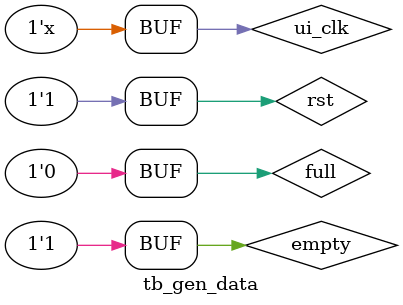
<source format=v>
`timescale 1ns/1ns
module tb_gen_data ( );
    reg             ui_clk ;
    reg             rst    ;
    reg             empty  ;
    reg             full   ;
    wire            wr_en  ;
    wire  [255:0]   wr_data ;
    
    parameter T = 4 ;
        
    always # (T/2)  ui_clk = ~ui_clk ;
    
    initial  begin 
      ui_clk <= 1'b0 ;
      rst    <= 1'b0 ;
      full   <= 1'b1 ;
      empty  <= 1'b0 ;
      # (100*T)
      rst    <= 1'b1 ;
      # (100*T)
      full  <= 1'b0 ;
      empty <= 1'b1 ;
      
    end 
    
    my_gen_data   u_gen (
        .ui_clk (ui_clk) ,
        .rst    (rst),
        .empty (empty),
        .full  (full) ,
        .wr_en (wr_en) ,
        .wr_data(wr_data)
    );
        
        endmodule 
    
</source>
